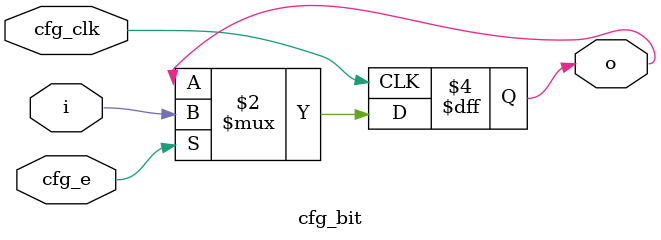
<source format=v>
module cfg_bit(
    input  wire [0:0] cfg_clk,
    input  wire [0:0] cfg_e,
    input  wire [0:0] i,
    output reg  [0:0] o
    );

    always @(posedge cfg_clk) begin
        if (cfg_e) begin
            o   <=  i;
        end
    end

endmodule

</source>
